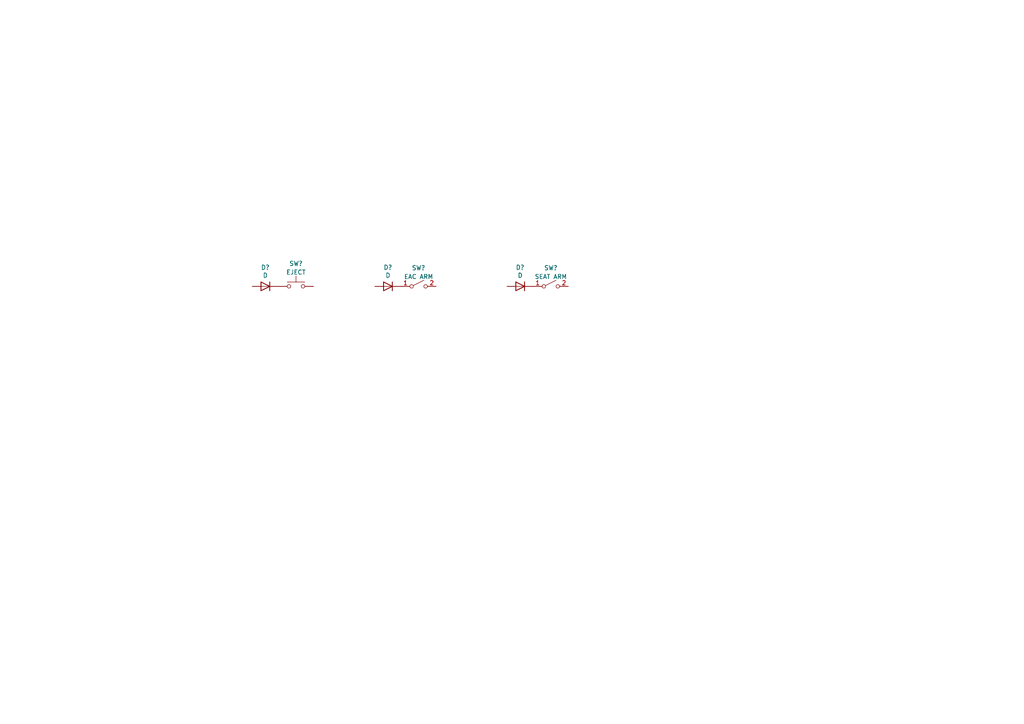
<source format=kicad_sch>
(kicad_sch (version 20211123) (generator eeschema)
  (paper "A4")
  (lib_symbols
    (symbol "Device:D" (pin_numbers hide) (pin_names (offset 1.016) hide)
      (property "Reference" "D" (at 0 2.54 0))
      (property "Value" "D" (at 0 -2.54 0))
      (symbol "D_0_1"
        (polyline (pts (xy -1.27 1.27) (xy -1.27 -1.27)) (stroke (width 0.254)))
        (polyline (pts (xy 1.27 0) (xy -1.27 0)))
        (polyline (pts (xy 1.27 1.27) (xy 1.27 -1.27) (xy -1.27 0) (xy 1.27 1.27)) (stroke (width 0.254)))
      )
      (symbol "D_1_1"
        (pin passive line (at -3.81 0 0) (length 2.54) (name "K") (number "1"))
        (pin passive line (at 3.81 0 180) (length 2.54) (name "A") (number "2"))
      )
    )
    (symbol "Switch:SW_Push" (pin_numbers hide) (pin_names (offset 1.016) hide)
      (property "Reference" "SW" (at 1.27 2.54 0))
      (property "Value" "SW_Push" (at 0 -1.524 0))
      (symbol "SW_Push_0_1"
        (circle (center -2.032 0) (radius 0.508))
        (polyline (pts (xy 0 1.27) (xy 0 3.048)))
        (polyline (pts (xy 2.54 1.27) (xy -2.54 1.27)))
        (circle (center 2.032 0) (radius 0.508))
        (pin passive line (at -5.08 0 0) (length 2.54) (name "1") (number "1"))
        (pin passive line (at 5.08 0 180) (length 2.54) (name "2") (number "2"))
      )
    )
    (symbol "Switch:SW_SPST" (pin_names (offset 0) hide)
      (property "Reference" "SW" (at 0 3.175 0))
      (property "Value" "SW_SPST" (at 0 -2.54 0))
      (symbol "SW_SPST_0_0"
        (circle (center -2.032 0) (radius 0.508))
        (polyline (pts (xy -1.524 0.254) (xy 1.524 1.778)))
        (circle (center 2.032 0) (radius 0.508))
      )
      (symbol "SW_SPST_1_1"
        (pin passive line (at -5.08 0 0) (length 2.54) (name "A") (number "1"))
        (pin passive line (at 5.08 0 180) (length 2.54) (name "B") (number "2"))
      )
    )
  )
  (symbol (lib_id "Switch:SW_SPST") (at 159.766 83.058 0) (unit 1)
    (property "Reference" "SW?" (at 159.766 77.7072 0))
    (property "Value" "SEAT ARM" (at 159.766 80.2441 0))
  )
  (symbol (lib_id "Switch:SW_Push") (at 85.852 83.058 0) (unit 1)
    (property "Reference" "SW?" (at 85.852 76.4372 0))
    (property "Value" "EJECT" (at 85.852 78.9741 0))
  )
  (symbol (lib_id "Device:D") (at 150.876 83.058 0) (mirror y) (unit 1)
    (property "Reference" "D?" (at 150.876 77.5716 0))
    (property "Value" "D" (at 150.876 79.883 0))
    (property "Footprint" "PT_Library_v001:D_Signal_P7.62mm_Horizontal" (effects hide))
  )
  (symbol (lib_id "Device:D") (at 76.962 83.058 0) (mirror y) (unit 1)
    (property "Reference" "D?" (at 76.962 77.5716 0))
    (property "Value" "D" (at 76.962 79.883 0))
    (property "Footprint" "PT_Library_v001:D_Signal_P7.62mm_Horizontal" (effects hide))
  )
  (symbol (lib_id "Device:D") (at 112.522 83.058 0) (mirror y) (unit 1)
    (property "Reference" "D?" (at 112.522 77.5716 0))
    (property "Value" "D" (at 112.522 79.883 0))
    (property "Footprint" "PT_Library_v001:D_Signal_P7.62mm_Horizontal" (effects hide))
  )
  (symbol (lib_id "Switch:SW_SPST") (at 121.412 83.058 0) (unit 1)
    (property "Reference" "SW?" (at 121.412 77.7072 0))
    (property "Value" "EAC ARM" (at 121.412 80.2441 0))
  )
)
</source>
